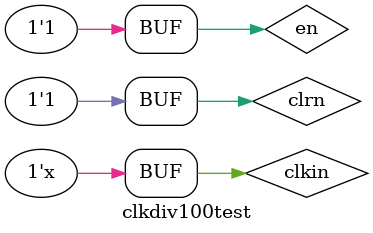
<source format=v>
`timescale 1us / 1ns

module clkdiv100test;

	// Inputs
	reg clkin;
	reg en;
	reg clrn;

	// Outputs
	wire clkout;

	// Instantiate the Unit Under Test (UUT)
	clkdiv100 uut (
		.clkin(clkin), 
		.en(en), 
		.clrn(clrn), 
		.clkout(clkout)
	);

	initial begin
		// Initialize Inputs
		clkin = 0;
		en = 0;
		clrn = 0;

		// Wait 100 ns for global reset to finish
		#100 clrn=1;
		#2000 en=1;
		#1000 en=0;
		#1000 en=1;
		//#10000 en=1;
		
		
		
		
        
		// Add stimulus here

	end
	always 
		#50 clkin=~clkin;
      
endmodule


</source>
